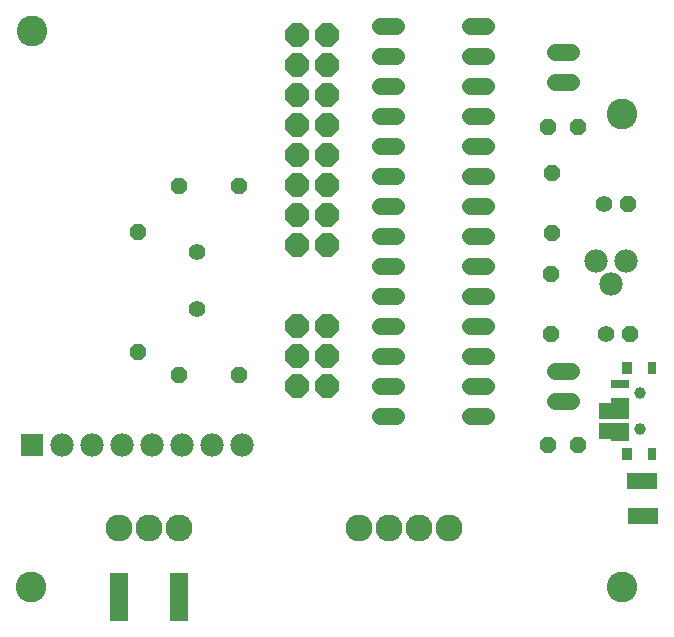
<source format=gts>
G75*
G70*
%OFA0B0*%
%FSLAX24Y24*%
%IPPOS*%
%LPD*%
%AMOC8*
5,1,8,0,0,1.08239X$1,22.5*
%
%ADD10C,0.1024*%
%ADD11R,0.0640X0.1640*%
%ADD12OC8,0.0780*%
%ADD13C,0.0900*%
%ADD14C,0.0560*%
%ADD15OC8,0.0560*%
%ADD16C,0.0560*%
%ADD17C,0.0780*%
%ADD18R,0.0780X0.0780*%
%ADD19R,0.1040X0.0540*%
%ADD20R,0.0631X0.0316*%
%ADD21R,0.0276X0.0434*%
%ADD22R,0.0355X0.0434*%
%ADD23C,0.0394*%
%ADD24C,0.0555*%
D10*
X001358Y001370D03*
X021043Y001370D03*
X021043Y017118D03*
X001372Y019915D03*
D11*
X004267Y001026D03*
X006267Y001026D03*
D12*
X010204Y008054D03*
X011204Y008054D03*
X011204Y009054D03*
X010204Y009054D03*
X010204Y010054D03*
X011204Y010054D03*
X011204Y012778D03*
X010204Y012778D03*
X010204Y013778D03*
X011204Y013778D03*
X011204Y014778D03*
X010204Y014778D03*
X010204Y015778D03*
X011204Y015778D03*
X011204Y016778D03*
X010204Y016778D03*
X010204Y017778D03*
X011204Y017778D03*
X011204Y018778D03*
X010204Y018778D03*
X010204Y019778D03*
X011204Y019778D03*
D13*
X012267Y003330D03*
X013267Y003330D03*
X014267Y003330D03*
X015267Y003330D03*
X006267Y003330D03*
X005267Y003330D03*
X004267Y003330D03*
D14*
X012987Y007066D02*
X013507Y007066D01*
X013507Y008066D02*
X012987Y008066D01*
X012987Y009066D02*
X013507Y009066D01*
X013507Y010066D02*
X012987Y010066D01*
X012987Y011066D02*
X013507Y011066D01*
X013507Y012066D02*
X012987Y012066D01*
X012987Y013066D02*
X013507Y013066D01*
X013507Y014066D02*
X012987Y014066D01*
X012987Y015066D02*
X013507Y015066D01*
X013507Y016066D02*
X012987Y016066D01*
X012987Y017066D02*
X013507Y017066D01*
X013507Y018066D02*
X012987Y018066D01*
X012987Y019066D02*
X013507Y019066D01*
X013507Y020066D02*
X012987Y020066D01*
X015987Y020066D02*
X016507Y020066D01*
X016507Y019066D02*
X015987Y019066D01*
X015987Y018066D02*
X016507Y018066D01*
X016507Y017066D02*
X015987Y017066D01*
X015987Y016066D02*
X016507Y016066D01*
X016507Y015066D02*
X015987Y015066D01*
X015987Y014066D02*
X016507Y014066D01*
X016507Y013066D02*
X015987Y013066D01*
X015987Y012066D02*
X016507Y012066D01*
X016507Y011066D02*
X015987Y011066D01*
X015987Y010066D02*
X016507Y010066D01*
X016507Y009066D02*
X015987Y009066D01*
X015987Y008066D02*
X016507Y008066D01*
X016507Y007066D02*
X015987Y007066D01*
D15*
X018578Y006086D03*
X019578Y006086D03*
X018684Y009810D03*
X018684Y011810D03*
X018711Y013160D03*
X018711Y015160D03*
X018578Y016715D03*
X019578Y016715D03*
X021257Y014137D03*
X021320Y009806D03*
X008267Y008448D03*
X006267Y008448D03*
X004904Y009204D03*
X004904Y013204D03*
X006267Y014747D03*
X008267Y014747D03*
D16*
X006873Y012547D03*
X006873Y010647D03*
X020520Y009806D03*
X020457Y014137D03*
D17*
X020172Y012219D03*
X020672Y011469D03*
X021172Y012219D03*
X008361Y006086D03*
X007361Y006086D03*
X006361Y006086D03*
X005361Y006086D03*
X004361Y006086D03*
X003361Y006086D03*
X002361Y006086D03*
D18*
X001361Y006086D03*
D19*
X020763Y006582D03*
X020764Y007218D03*
X021724Y004910D03*
X021735Y003718D03*
D20*
X020967Y006351D03*
X020967Y007532D03*
X020967Y008122D03*
D21*
X022050Y008674D03*
X022050Y005800D03*
D22*
X021223Y005800D03*
X021223Y008674D03*
D23*
X021656Y007827D03*
X021656Y006646D03*
D24*
X019335Y007554D02*
X018820Y007554D01*
X018820Y008554D02*
X019335Y008554D01*
X019335Y018184D02*
X018820Y018184D01*
X018820Y019184D02*
X019335Y019184D01*
M02*

</source>
